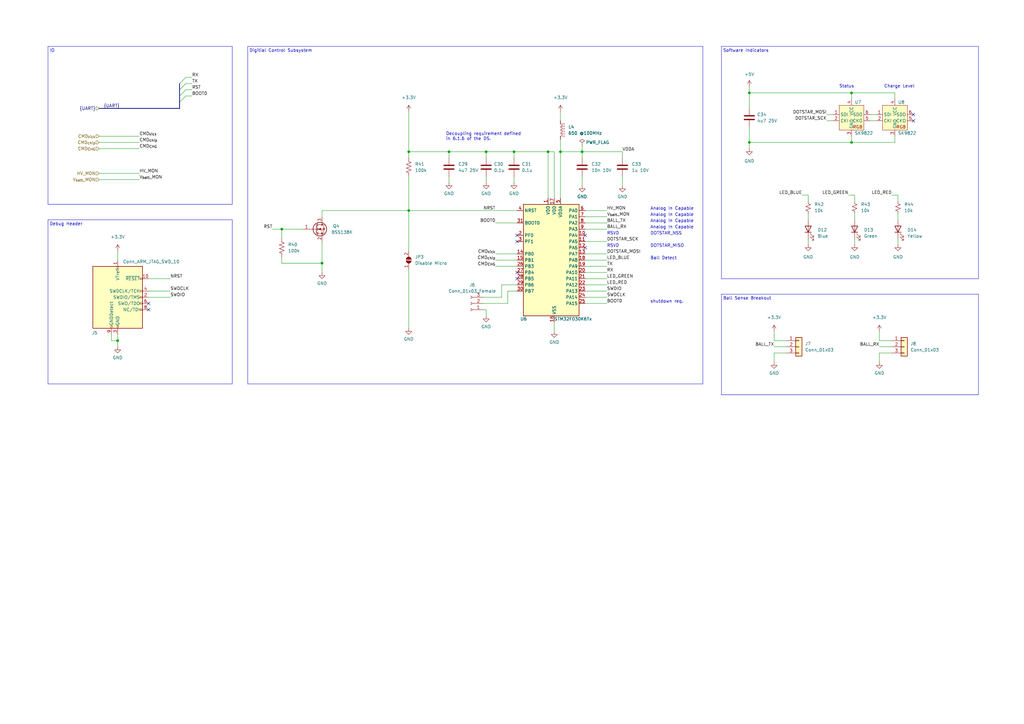
<source format=kicad_sch>
(kicad_sch (version 20230121) (generator eeschema)
  (paper "A3")
  (title_block (title "Kicker Board") (date "2023-02-03") (rev "v1.0.0") (company "A-Team") (comment 1 "Author: W. Stuckey"))
  (lib_symbols
    (symbol "AT-LED:SK9822"
      (property "Reference" "U" (at 1.27 6.35 0))
      (property "Value" "SK9822" (at 5.08 -6.35 0))
      (symbol "SK9822_0_0"
        (text "RGB" (at 2.54 -3.81 0) (effects (font (size 1.27 1.27))))
      )
      (symbol "SK9822_0_1"
        (rectangle (start -5.08 5.08) (end 5.08 -5.08) (stroke (width 0.1524)) (fill (type background)))
      )
      (symbol "SK9822_1_1"
        (pin input line (at -7.62 1.27 0) (length 2.54) (name "SDI") (number "1"))
        (pin input line (at -7.62 -1.27 0) (length 2.54) (name "CKI") (number "2"))
        (pin power_in line (at 0 -7.62 90) (length 2.54) (name "GND") (number "3"))
        (pin power_in line (at 0 7.62 270) (length 2.54) (name "VCC") (number "4"))
        (pin output line (at 7.62 -1.27 180) (length 2.54) (name "CKO") (number "5"))
        (pin output line (at 7.62 1.27 180) (length 2.54) (name "SDO") (number "6"))
      )
    )
    (symbol "Connector:Conn_01x03_Female" (pin_names (offset 1.016) hide)
      (property "Reference" "J" (at 0 5.08 0))
      (property "Value" "Conn_01x03_Female" (at 0 -5.08 0))
      (symbol "Conn_01x03_Female_1_1"
        (arc (start 0 -2.032) (mid -0.5058 -2.54) (end 0 -3.048) (stroke (width 0.1524)))
        (polyline (pts (xy -1.27 -2.54) (xy -0.508 -2.54)) (stroke (width 0.1524)))
        (polyline (pts (xy -1.27 0) (xy -0.508 0)) (stroke (width 0.1524)))
        (polyline (pts (xy -1.27 2.54) (xy -0.508 2.54)) (stroke (width 0.1524)))
        (arc (start 0 0.508) (mid -0.5058 0) (end 0 -0.508) (stroke (width 0.1524)))
        (arc (start 0 3.048) (mid -0.5058 2.54) (end 0 2.032) (stroke (width 0.1524)))
        (pin passive line (at -5.08 2.54 0) (length 3.81) (name "Pin_1") (number "1"))
        (pin passive line (at -5.08 0 0) (length 3.81) (name "Pin_2") (number "2"))
        (pin passive line (at -5.08 -2.54 0) (length 3.81) (name "Pin_3") (number "3"))
      )
    )
    (symbol "Connector:Conn_ARM_JTAG_SWD_10" (pin_names (offset 1.016))
      (property "Reference" "J" (at -2.54 16.51 0))
      (property "Value" "Conn_ARM_JTAG_SWD_10" (at -2.54 13.97 0))
      (symbol "Conn_ARM_JTAG_SWD_10_0_1"
        (rectangle (start -10.16 12.7) (end 10.16 -12.7) (stroke (width 0.254)) (fill (type background)))
        (rectangle (start -2.794 -12.7) (end -2.286 -11.684))
        (rectangle (start -0.254 -12.7) (end 0.254 -11.684))
        (rectangle (start -0.254 12.7) (end 0.254 11.684))
        (rectangle (start 9.144 2.286) (end 10.16 2.794))
        (rectangle (start 10.16 -2.794) (end 9.144 -2.286))
        (rectangle (start 10.16 -0.254) (end 9.144 0.254))
        (rectangle (start 10.16 7.874) (end 9.144 7.366))
      )
      (symbol "Conn_ARM_JTAG_SWD_10_1_1"
        (rectangle (start 9.144 -5.334) (end 10.16 -4.826))
        (pin power_in line (at 0 15.24 270) (length 2.54) (name "VTref") (number "1"))
        (pin open_collector line (at 12.7 7.62 180) (length 2.54) (name "~{RESET}") (number "10"))
        (pin bidirectional line (at 12.7 0 180) (length 2.54) (name "SWDIO/TMS") (number "2"))
        (pin power_in line (at 0 -15.24 90) (length 2.54) (name "GND") (number "3"))
        (pin output line (at 12.7 2.54 180) (length 2.54) (name "SWDCLK/TCK") (number "4"))
        (pin passive line (at 0 -15.24 90) (length 2.54) hide (name "GND") (number "5"))
        (pin input line (at 12.7 -2.54 180) (length 2.54) (name "SWO/TDO") (number "6"))
        (pin no_connect line (at -10.16 0 0) (length 2.54) hide (name "KEY") (number "7"))
        (pin output line (at 12.7 -5.08 180) (length 2.54) (name "NC/TDI") (number "8"))
        (pin passive line (at -2.54 -15.24 90) (length 2.54) (name "GNDDetect") (number "9"))
      )
    )
    (symbol "Connector_Generic:Conn_01x03" (pin_names (offset 1.016) hide)
      (property "Reference" "J" (at 0 5.08 0))
      (property "Value" "Conn_01x03" (at 0 -5.08 0))
      (symbol "Conn_01x03_1_1"
        (rectangle (start -1.27 -2.413) (end 0 -2.667) (stroke (width 0.1524)))
        (rectangle (start -1.27 0.127) (end 0 -0.127) (stroke (width 0.1524)))
        (rectangle (start -1.27 2.667) (end 0 2.413) (stroke (width 0.1524)))
        (rectangle (start -1.27 3.81) (end 1.27 -3.81) (stroke (width 0.254)) (fill (type background)))
        (pin passive line (at -5.08 2.54 0) (length 3.81) (name "Pin_1") (number "1"))
        (pin passive line (at -5.08 0 0) (length 3.81) (name "Pin_2") (number "2"))
        (pin passive line (at -5.08 -2.54 0) (length 3.81) (name "Pin_3") (number "3"))
      )
    )
    (symbol "Device:C" (pin_numbers hide) (pin_names (offset 0.254))
      (property "Reference" "C" (at 0.635 2.54 0))
      (property "Value" "C" (at 0.635 -2.54 0))
      (symbol "C_0_1"
        (polyline (pts (xy -2.032 -0.762) (xy 2.032 -0.762)) (stroke (width 0.508)))
        (polyline (pts (xy -2.032 0.762) (xy 2.032 0.762)) (stroke (width 0.508)))
      )
      (symbol "C_1_1"
        (pin passive line (at 0 3.81 270) (length 2.794) (name "~") (number "1"))
        (pin passive line (at 0 -3.81 90) (length 2.794) (name "~") (number "2"))
      )
    )
    (symbol "Device:LED" (pin_numbers hide) (pin_names (offset 1.016) hide)
      (property "Reference" "D" (at 0 2.54 0))
      (property "Value" "LED" (at 0 -2.54 0))
      (symbol "LED_0_1"
        (polyline (pts (xy -1.27 -1.27) (xy -1.27 1.27)) (stroke (width 0.254)))
        (polyline (pts (xy -1.27 0) (xy 1.27 0)))
        (polyline (pts (xy 1.27 -1.27) (xy 1.27 1.27) (xy -1.27 0) (xy 1.27 -1.27)) (stroke (width 0.254)))
        (polyline (pts (xy -3.048 -0.762) (xy -4.572 -2.286) (xy -3.81 -2.286) (xy -4.572 -2.286) (xy -4.572 -1.524)))
        (polyline (pts (xy -1.778 -0.762) (xy -3.302 -2.286) (xy -2.54 -2.286) (xy -3.302 -2.286) (xy -3.302 -1.524)))
      )
      (symbol "LED_1_1"
        (pin passive line (at -3.81 0 0) (length 2.54) (name "K") (number "1"))
        (pin passive line (at 3.81 0 180) (length 2.54) (name "A") (number "2"))
      )
    )
    (symbol "Device:L_Ferrite" (pin_numbers hide) (pin_names (offset 1.016) hide)
      (property "Reference" "L" (at -1.27 0 90))
      (property "Value" "L_Ferrite" (at 2.794 0 90))
      (symbol "L_Ferrite_0_1"
        (arc (start 0 -2.54) (mid 0.6323 -1.905) (end 0 -1.27))
        (arc (start 0 -1.27) (mid 0.6323 -0.635) (end 0 0))
        (polyline (pts (xy 1.016 -2.794) (xy 1.016 -2.286)))
        (polyline (pts (xy 1.016 -1.778) (xy 1.016 -1.27)))
        (polyline (pts (xy 1.016 -0.762) (xy 1.016 -0.254)))
        (polyline (pts (xy 1.016 0.254) (xy 1.016 0.762)))
        (polyline (pts (xy 1.016 1.27) (xy 1.016 1.778)))
        (polyline (pts (xy 1.016 2.286) (xy 1.016 2.794)))
        (polyline (pts (xy 1.524 -2.286) (xy 1.524 -2.794)))
        (polyline (pts (xy 1.524 -1.27) (xy 1.524 -1.778)))
        (polyline (pts (xy 1.524 -0.254) (xy 1.524 -0.762)))
        (polyline (pts (xy 1.524 0.762) (xy 1.524 0.254)))
        (polyline (pts (xy 1.524 1.778) (xy 1.524 1.27)))
        (polyline (pts (xy 1.524 2.794) (xy 1.524 2.286)))
        (arc (start 0 0) (mid 0.6323 0.635) (end 0 1.27))
        (arc (start 0 1.27) (mid 0.6323 1.905) (end 0 2.54))
      )
      (symbol "L_Ferrite_1_1"
        (pin passive line (at 0 3.81 270) (length 1.27) (name "1") (number "1"))
        (pin passive line (at 0 -3.81 90) (length 1.27) (name "2") (number "2"))
      )
    )
    (symbol "Device:Q_NMOS_GSD" (pin_names (offset 0) hide)
      (property "Reference" "Q" (at 5.08 1.27 0))
      (property "Value" "Q_NMOS_GSD" (at 5.08 -1.27 0))
      (symbol "Q_NMOS_GSD_0_1"
        (polyline (pts (xy 0.254 0) (xy -2.54 0)))
        (polyline (pts (xy 0.254 1.905) (xy 0.254 -1.905)) (stroke (width 0.254)))
        (polyline (pts (xy 0.762 -1.27) (xy 0.762 -2.286)) (stroke (width 0.254)))
        (polyline (pts (xy 0.762 0.508) (xy 0.762 -0.508)) (stroke (width 0.254)))
        (polyline (pts (xy 0.762 2.286) (xy 0.762 1.27)) (stroke (width 0.254)))
        (polyline (pts (xy 2.54 2.54) (xy 2.54 1.778)))
        (polyline (pts (xy 2.54 -2.54) (xy 2.54 0) (xy 0.762 0)))
        (polyline (pts (xy 0.762 -1.778) (xy 3.302 -1.778) (xy 3.302 1.778) (xy 0.762 1.778)))
        (polyline (pts (xy 1.016 0) (xy 2.032 0.381) (xy 2.032 -0.381) (xy 1.016 0)) (fill (type outline)))
        (polyline (pts (xy 2.794 0.508) (xy 2.921 0.381) (xy 3.683 0.381) (xy 3.81 0.254)))
        (polyline (pts (xy 3.302 0.381) (xy 2.921 -0.254) (xy 3.683 -0.254) (xy 3.302 0.381)))
        (circle (center 1.651 0) (radius 2.794) (stroke (width 0.254)))
        (circle (center 2.54 -1.778) (radius 0.254) (fill (type outline)))
        (circle (center 2.54 1.778) (radius 0.254) (fill (type outline)))
      )
      (symbol "Q_NMOS_GSD_1_1"
        (pin input line (at -5.08 0 0) (length 2.54) (name "G") (number "1"))
        (pin passive line (at 2.54 -5.08 90) (length 2.54) (name "S") (number "2"))
        (pin passive line (at 2.54 5.08 270) (length 2.54) (name "D") (number "3"))
      )
    )
    (symbol "Device:R_Small_US" (pin_numbers hide) (pin_names (offset 0.254) hide)
      (property "Reference" "R" (at 0.762 0.508 0))
      (property "Value" "R_Small_US" (at 0.762 -1.016 0))
      (symbol "R_Small_US_1_1"
        (polyline (pts (xy 0 0) (xy 1.016 -0.381) (xy 0 -0.762) (xy -1.016 -1.143) (xy 0 -1.524)))
        (polyline (pts (xy 0 1.524) (xy 1.016 1.143) (xy 0 0.762) (xy -1.016 0.381) (xy 0 0)))
        (pin passive line (at 0 2.54 270) (length 1.016) (name "~") (number "1"))
        (pin passive line (at 0 -2.54 90) (length 1.016) (name "~") (number "2"))
      )
    )
    (symbol "Device:R_US" (pin_numbers hide) (pin_names (offset 0))
      (property "Reference" "R" (at 2.54 0 90))
      (property "Value" "R_US" (at -2.54 0 90))
      (symbol "R_US_0_1"
        (polyline (pts (xy 0 -2.286) (xy 0 -2.54)))
        (polyline (pts (xy 0 2.286) (xy 0 2.54)))
        (polyline (pts (xy 0 -0.762) (xy 1.016 -1.143) (xy 0 -1.524) (xy -1.016 -1.905) (xy 0 -2.286)))
        (polyline (pts (xy 0 0.762) (xy 1.016 0.381) (xy 0 0) (xy -1.016 -0.381) (xy 0 -0.762)))
        (polyline (pts (xy 0 2.286) (xy 1.016 1.905) (xy 0 1.524) (xy -1.016 1.143) (xy 0 0.762)))
      )
      (symbol "R_US_1_1"
        (pin passive line (at 0 3.81 270) (length 1.27) (name "~") (number "1"))
        (pin passive line (at 0 -3.81 90) (length 1.27) (name "~") (number "2"))
      )
    )
    (symbol "Jumper:SolderJumper_2_Open" (pin_names (offset 0) hide)
      (property "Reference" "JP" (at 0 2.032 0))
      (property "Value" "SolderJumper_2_Open" (at 0 -2.54 0))
      (symbol "SolderJumper_2_Open_0_1"
        (arc (start -0.254 1.016) (mid -1.2656 0) (end -0.254 -1.016))
        (arc (start -0.254 1.016) (mid -1.2656 0) (end -0.254 -1.016) (fill (type outline)))
        (polyline (pts (xy -0.254 1.016) (xy -0.254 -1.016)))
        (polyline (pts (xy 0.254 1.016) (xy 0.254 -1.016)))
        (arc (start 0.254 -1.016) (mid 1.2656 0) (end 0.254 1.016))
        (arc (start 0.254 -1.016) (mid 1.2656 0) (end 0.254 1.016) (fill (type outline)))
      )
      (symbol "SolderJumper_2_Open_1_1"
        (pin passive line (at -3.81 0 0) (length 2.54) (name "A") (number "1"))
        (pin passive line (at 3.81 0 180) (length 2.54) (name "B") (number "2"))
      )
    )
    (symbol "MCU_ST_STM32F0:STM32F030K6Tx"
      (property "Reference" "U" (at -10.16 24.13 0))
      (property "Value" "STM32F030K6Tx" (at 7.62 24.13 0))
      (symbol "STM32F030K6Tx_0_1"
        (rectangle (start -10.16 -22.86) (end 12.7 22.86) (stroke (width 0.254)) (fill (type background)))
      )
      (symbol "STM32F030K6Tx_1_1"
        (pin power_in line (at 0 25.4 270) (length 2.54) (name "VDD") (number "1"))
        (pin bidirectional line (at 15.24 10.16 180) (length 2.54) (name "PA4") (number "10"))
        (pin bidirectional line (at 15.24 7.62 180) (length 2.54) (name "PA5") (number "11"))
        (pin bidirectional line (at 15.24 5.08 180) (length 2.54) (name "PA6") (number "12"))
        (pin bidirectional line (at 15.24 2.54 180) (length 2.54) (name "PA7") (number "13"))
        (pin bidirectional line (at -12.7 2.54 0) (length 2.54) (name "PB0") (number "14"))
        (pin bidirectional line (at -12.7 0 0) (length 2.54) (name "PB1") (number "15"))
        (pin power_in line (at 2.54 -25.4 90) (length 2.54) (name "VSS") (number "16"))
        (pin power_in line (at 2.54 25.4 270) (length 2.54) (name "VDD") (number "17"))
        (pin bidirectional line (at 15.24 0 180) (length 2.54) (name "PA8") (number "18"))
        (pin bidirectional line (at 15.24 -2.54 180) (length 2.54) (name "PA9") (number "19"))
        (pin bidirectional line (at -12.7 10.16 0) (length 2.54) (name "PF0") (number "2"))
        (pin bidirectional line (at 15.24 -5.08 180) (length 2.54) (name "PA10") (number "20"))
        (pin bidirectional line (at 15.24 -7.62 180) (length 2.54) (name "PA11") (number "21"))
        (pin bidirectional line (at 15.24 -10.16 180) (length 2.54) (name "PA12") (number "22"))
        (pin bidirectional line (at 15.24 -12.7 180) (length 2.54) (name "PA13") (number "23"))
        (pin bidirectional line (at 15.24 -15.24 180) (length 2.54) (name "PA14") (number "24"))
        (pin bidirectional line (at 15.24 -17.78 180) (length 2.54) (name "PA15") (number "25"))
        (pin bidirectional line (at -12.7 -2.54 0) (length 2.54) (name "PB3") (number "26"))
        (pin bidirectional line (at -12.7 -5.08 0) (length 2.54) (name "PB4") (number "27"))
        (pin bidirectional line (at -12.7 -7.62 0) (length 2.54) (name "PB5") (number "28"))
        (pin bidirectional line (at -12.7 -10.16 0) (length 2.54) (name "PB6") (number "29"))
        (pin bidirectional line (at -12.7 7.62 0) (length 2.54) (name "PF1") (number "3"))
        (pin bidirectional line (at -12.7 -12.7 0) (length 2.54) (name "PB7") (number "30"))
        (pin input line (at -12.7 15.24 0) (length 2.54) (name "BOOT0") (number "31"))
        (pin passive line (at 2.54 -25.4 90) (length 2.54) hide (name "VSS") (number "32"))
        (pin input line (at -12.7 20.32 0) (length 2.54) (name "NRST") (number "4"))
        (pin power_in line (at 5.08 25.4 270) (length 2.54) (name "VDDA") (number "5"))
        (pin bidirectional line (at 15.24 20.32 180) (length 2.54) (name "PA0") (number "6"))
        (pin bidirectional line (at 15.24 17.78 180) (length 2.54) (name "PA1") (number "7"))
        (pin bidirectional line (at 15.24 15.24 180) (length 2.54) (name "PA2") (number "8"))
        (pin bidirectional line (at 15.24 12.7 180) (length 2.54) (name "PA3") (number "9"))
      )
    )
    (symbol "power:+3.3V" (power) (pin_names (offset 0))
      (property "Value" "+3.3V" (at 0 3.556 0))
      (symbol "+3.3V_0_1"
        (polyline (pts (xy -0.762 1.27) (xy 0 2.54)))
        (polyline (pts (xy 0 0) (xy 0 2.54)))
        (polyline (pts (xy 0 2.54) (xy 0.762 1.27)))
      )
      (symbol "+3.3V_1_1"
        (pin power_in line (at 0 0 90) (length 0) hide (name "+3.3V") (number "1"))
      )
    )
    (symbol "power:+5V" (power) (pin_names (offset 0))
      (property "Value" "+5V" (at 0 3.556 0))
      (symbol "+5V_0_1"
        (polyline (pts (xy -0.762 1.27) (xy 0 2.54)))
        (polyline (pts (xy 0 0) (xy 0 2.54)))
        (polyline (pts (xy 0 2.54) (xy 0.762 1.27)))
      )
      (symbol "+5V_1_1"
        (pin power_in line (at 0 0 90) (length 0) hide (name "+5V") (number "1"))
      )
    )
    (symbol "power:GND" (power) (pin_names (offset 0))
      (property "Value" "GND" (at 0 -3.81 0))
      (symbol "GND_0_1"
        (polyline (pts (xy 0 0) (xy 0 -1.27) (xy 1.27 -1.27) (xy 0 -2.54) (xy -1.27 -1.27) (xy 0 -1.27)))
      )
      (symbol "GND_1_1"
        (pin power_in line (at 0 0 270) (length 0) hide (name "GND") (number "1"))
      )
    )
    (symbol "power:PWR_FLAG" (power) (pin_numbers hide) (pin_names (offset 0) hide)
      (property "Value" "PWR_FLAG" (at 0 3.81 0))
      (symbol "PWR_FLAG_0_0"
        (pin power_out line (at 0 0 90) (length 0) (name "pwr") (number "1"))
      )
      (symbol "PWR_FLAG_0_1"
        (polyline (pts (xy 0 0) (xy 0 1.27) (xy -1.016 1.905) (xy 0 2.54) (xy 1.016 1.905) (xy 0 1.27)))
      )
    )
  )
  (junction (at 349.25 38.1))
  (junction (at 48.26 139.7))
  (junction (at 184.15 62.23))
  (junction (at 238.76 62.23))
  (junction (at 349.25 58.42))
  (junction (at 210.82 62.23))
  (junction (at 167.64 62.23))
  (junction (at 167.64 86.36))
  (junction (at 307.34 38.1))
  (junction (at 132.08 107.95))
  (junction (at 115.57 93.98))
  (junction (at 199.39 62.23))
  (junction (at 307.34 58.42))
  (junction (at 224.79 62.23))
  (junction (at 229.87 62.23))
  (no_connect (at 60.96 127))
  (no_connect (at 60.96 124.46))
  (no_connect (at 212.09 111.76))
  (no_connect (at 374.65 46.99))
  (no_connect (at 374.65 49.53))
  (no_connect (at 212.09 114.3))
  (no_connect (at 212.09 96.52))
  (no_connect (at 212.09 99.06))
  (no_connect (at 240.03 101.6))
  (no_connect (at 240.03 96.52))
  (bus_entry (at 73.66 39.37) (size 2.54 -2.54))
  (bus_entry (at 73.66 41.91) (size 2.54 -2.54))
  (bus_entry (at 73.66 34.29) (size 2.54 -2.54))
  (bus_entry (at 73.66 36.83) (size 2.54 -2.54))
  (wire (pts (xy 132.08 86.36) (xy 132.08 88.9)))
  (wire (pts (xy 240.03 114.3) (xy 248.92 114.3)))
  (wire (pts (xy 167.64 72.39) (xy 167.64 86.36)))
  (wire (pts (xy 60.96 119.38) (xy 69.85 119.38)))
  (wire (pts (xy 350.52 97.79) (xy 350.52 100.33)))
  (wire (pts (xy 76.2 39.37) (xy 78.74 39.37)))
  (wire (pts (xy 307.34 58.42) (xy 307.34 60.96)))
  (bus (pts (xy 73.66 39.37) (xy 73.66 41.91)))
  (wire (pts (xy 350.52 80.01) (xy 350.52 82.55)))
  (wire (pts (xy 210.82 72.39) (xy 210.82 74.93)))
  (wire (pts (xy 115.57 107.95) (xy 132.08 107.95)))
  (wire (pts (xy 199.39 72.39) (xy 199.39 74.93)))
  (wire (pts (xy 307.34 38.1) (xy 307.34 44.45)))
  (wire (pts (xy 240.03 93.98) (xy 248.92 93.98)))
  (wire (pts (xy 229.87 45.72) (xy 229.87 49.53)))
  (wire (pts (xy 167.64 110.49) (xy 167.64 134.62)))
  (wire (pts (xy 368.3 80.01) (xy 368.3 82.55)))
  (wire (pts (xy 40.64 73.66) (xy 57.15 73.66)))
  (bus (pts (xy 40.64 44.45) (xy 73.66 44.45)))
  (wire (pts (xy 367.03 55.88) (xy 367.03 58.42)))
  (wire (pts (xy 76.2 31.75) (xy 78.74 31.75)))
  (wire (pts (xy 199.39 127) (xy 198.12 127)))
  (wire (pts (xy 350.52 87.63) (xy 350.52 90.17)))
  (wire (pts (xy 331.47 97.79) (xy 331.47 100.33)))
  (polyline (pts (xy 295.91 120.65) (xy 401.32 120.65)))
  (wire (pts (xy 360.68 139.7) (xy 365.76 139.7)))
  (polyline (pts (xy 95.25 19.05) (xy 19.685 19.05)))
  (wire (pts (xy 240.03 121.92) (xy 248.92 121.92)))
  (bus (pts (xy 73.66 36.83) (xy 73.66 39.37)))
  (wire (pts (xy 317.5 144.78) (xy 322.58 144.78)))
  (wire (pts (xy 347.98 80.01) (xy 350.52 80.01)))
  (wire (pts (xy 60.96 114.3) (xy 69.85 114.3)))
  (wire (pts (xy 208.28 119.38) (xy 208.28 124.46)))
  (wire (pts (xy 307.34 52.07) (xy 307.34 58.42)))
  (polyline (pts (xy 401.32 19.05) (xy 401.32 114.3)))
  (wire (pts (xy 167.64 86.36) (xy 212.09 86.36)))
  (wire (pts (xy 40.64 55.88) (xy 57.15 55.88)))
  (wire (pts (xy 240.03 99.06) (xy 248.92 99.06)))
  (polyline (pts (xy 295.91 114.3) (xy 401.32 114.3)))
  (wire (pts (xy 184.15 72.39) (xy 184.15 74.93)))
  (wire (pts (xy 203.2 104.14) (xy 212.09 104.14)))
  (wire (pts (xy 359.41 46.99) (xy 356.87 46.99)))
  (wire (pts (xy 307.34 58.42) (xy 349.25 58.42)))
  (wire (pts (xy 132.08 86.36) (xy 167.64 86.36)))
  (polyline (pts (xy 288.29 19.05) (xy 288.29 157.48)))
  (wire (pts (xy 40.64 60.96) (xy 57.15 60.96)))
  (wire (pts (xy 224.79 81.28) (xy 224.79 62.23)))
  (polyline (pts (xy 95.25 19.05) (xy 95.25 83.82)))
  (wire (pts (xy 212.09 119.38) (xy 208.28 119.38)))
  (wire (pts (xy 317.5 135.89) (xy 317.5 139.7)))
  (polyline (pts (xy 101.6 19.05) (xy 101.6 157.48)))
  (wire (pts (xy 227.33 62.23) (xy 224.79 62.23)))
  (wire (pts (xy 60.96 121.92) (xy 69.85 121.92)))
  (wire (pts (xy 240.03 106.68) (xy 248.92 106.68)))
  (polyline (pts (xy 401.32 19.05) (xy 295.91 19.05)))
  (wire (pts (xy 360.68 148.59) (xy 360.68 144.78)))
  (wire (pts (xy 210.82 62.23) (xy 210.82 64.77)))
  (wire (pts (xy 248.92 124.46) (xy 240.03 124.46)))
  (wire (pts (xy 45.72 137.16) (xy 45.72 139.7)))
  (wire (pts (xy 238.76 72.39) (xy 238.76 76.2)))
  (wire (pts (xy 115.57 93.98) (xy 124.46 93.98)))
  (wire (pts (xy 360.68 142.24) (xy 365.76 142.24)))
  (polyline (pts (xy 19.685 83.82) (xy 95.25 83.82)))
  (wire (pts (xy 167.64 62.23) (xy 184.15 62.23)))
  (wire (pts (xy 240.03 86.36) (xy 248.92 86.36)))
  (wire (pts (xy 331.47 80.01) (xy 331.47 82.55)))
  (wire (pts (xy 240.03 111.76) (xy 248.92 111.76)))
  (wire (pts (xy 360.68 135.89) (xy 360.68 139.7)))
  (wire (pts (xy 167.64 86.36) (xy 167.64 102.87)))
  (wire (pts (xy 115.57 93.98) (xy 115.57 97.79)))
  (wire (pts (xy 255.27 62.23) (xy 255.27 64.77)))
  (polyline (pts (xy 19.685 90.17) (xy 95.25 90.17)))
  (wire (pts (xy 339.09 46.99) (xy 341.63 46.99)))
  (wire (pts (xy 317.5 148.59) (xy 317.5 144.78)))
  (wire (pts (xy 360.68 144.78) (xy 365.76 144.78)))
  (wire (pts (xy 349.25 38.1) (xy 367.03 38.1)))
  (wire (pts (xy 339.09 49.53) (xy 341.63 49.53)))
  (wire (pts (xy 132.08 107.95) (xy 132.08 111.76)))
  (wire (pts (xy 328.93 80.01) (xy 331.47 80.01)))
  (wire (pts (xy 210.82 62.23) (xy 199.39 62.23)))
  (wire (pts (xy 212.09 116.84) (xy 205.74 116.84)))
  (wire (pts (xy 76.2 34.29) (xy 78.74 34.29)))
  (wire (pts (xy 167.64 45.72) (xy 167.64 62.23)))
  (wire (pts (xy 229.87 62.23) (xy 238.76 62.23)))
  (wire (pts (xy 240.03 119.38) (xy 248.92 119.38)))
  (wire (pts (xy 368.3 97.79) (xy 368.3 100.33)))
  (wire (pts (xy 205.74 121.92) (xy 198.12 121.92)))
  (wire (pts (xy 349.25 55.88) (xy 349.25 58.42)))
  (wire (pts (xy 203.2 109.22) (xy 212.09 109.22)))
  (polyline (pts (xy 401.32 120.65) (xy 401.32 161.925)))
  (wire (pts (xy 240.03 109.22) (xy 248.92 109.22)))
  (wire (pts (xy 76.2 36.83) (xy 78.74 36.83)))
  (wire (pts (xy 229.87 81.28) (xy 229.87 62.23)))
  (wire (pts (xy 184.15 62.23) (xy 184.15 64.77)))
  (polyline (pts (xy 295.91 19.05) (xy 295.91 114.3)))
  (wire (pts (xy 349.25 38.1) (xy 349.25 40.64)))
  (wire (pts (xy 115.57 105.41) (xy 115.57 107.95)))
  (polyline (pts (xy 19.685 19.05) (xy 19.685 83.82)))
  (wire (pts (xy 203.2 106.68) (xy 212.09 106.68)))
  (polyline (pts (xy 295.91 120.65) (xy 295.91 161.925)))
  (wire (pts (xy 317.5 142.24) (xy 322.58 142.24)))
  (bus (pts (xy 73.66 34.29) (xy 73.66 36.83)))
  (wire (pts (xy 48.26 139.7) (xy 48.26 142.24)))
  (wire (pts (xy 205.74 116.84) (xy 205.74 121.92)))
  (wire (pts (xy 167.64 62.23) (xy 167.64 64.77)))
  (wire (pts (xy 40.64 71.12) (xy 57.15 71.12)))
  (wire (pts (xy 203.2 91.44) (xy 212.09 91.44)))
  (wire (pts (xy 48.26 137.16) (xy 48.26 139.7)))
  (polyline (pts (xy 288.29 157.48) (xy 101.6 157.48)))
  (wire (pts (xy 317.5 139.7) (xy 322.58 139.7)))
  (wire (pts (xy 240.03 91.44) (xy 248.92 91.44)))
  (wire (pts (xy 240.03 104.14) (xy 248.92 104.14)))
  (wire (pts (xy 365.76 80.01) (xy 368.3 80.01)))
  (wire (pts (xy 229.87 57.15) (xy 229.87 62.23)))
  (bus (pts (xy 73.66 41.91) (xy 73.66 44.45)))
  (wire (pts (xy 240.03 116.84) (xy 248.92 116.84)))
  (polyline (pts (xy 95.25 90.17) (xy 95.25 157.48)))
  (wire (pts (xy 359.41 49.53) (xy 356.87 49.53)))
  (polyline (pts (xy 95.25 157.48) (xy 19.685 157.48)))
  (wire (pts (xy 349.25 58.42) (xy 367.03 58.42)))
  (wire (pts (xy 199.39 129.54) (xy 199.39 127)))
  (polyline (pts (xy 401.32 161.925) (xy 295.91 161.925)))
  (wire (pts (xy 255.27 72.39) (xy 255.27 76.2)))
  (wire (pts (xy 208.28 124.46) (xy 198.12 124.46)))
  (wire (pts (xy 227.33 132.08) (xy 227.33 135.89)))
  (wire (pts (xy 240.03 88.9) (xy 248.92 88.9)))
  (wire (pts (xy 224.79 62.23) (xy 210.82 62.23)))
  (wire (pts (xy 40.64 58.42) (xy 57.15 58.42)))
  (wire (pts (xy 199.39 62.23) (xy 199.39 64.77)))
  (wire (pts (xy 307.34 38.1) (xy 349.25 38.1)))
  (wire (pts (xy 238.76 59.69) (xy 238.76 62.23)))
  (wire (pts (xy 238.76 62.23) (xy 238.76 64.77)))
  (polyline (pts (xy 101.6 19.05) (xy 288.29 19.05)))
  (wire (pts (xy 368.3 87.63) (xy 368.3 90.17)))
  (wire (pts (xy 111.76 93.98) (xy 115.57 93.98)))
  (wire (pts (xy 132.08 99.06) (xy 132.08 107.95)))
  (wire (pts (xy 184.15 62.23) (xy 199.39 62.23)))
  (wire (pts (xy 238.76 62.23) (xy 255.27 62.23)))
  (wire (pts (xy 307.34 35.56) (xy 307.34 38.1)))
  (wire (pts (xy 45.72 139.7) (xy 48.26 139.7)))
  (wire (pts (xy 48.26 102.87) (xy 48.26 106.68)))
  (wire (pts (xy 227.33 81.28) (xy 227.33 62.23)))
  (wire (pts (xy 367.03 38.1) (xy 367.03 40.64)))
  (polyline (pts (xy 19.685 90.17) (xy 19.685 157.48)))
  (wire (pts (xy 331.47 87.63) (xy 331.47 90.17)))
  (text "shutdown req." (at 266.7 124.46 0) (effects (font (size 1.27 1.27)) (justify left bottom)))
  (text "Analog In Capable" (at 266.7 88.9 0) (effects (font (size 1.27 1.27)) (justify left bottom)))
  (text "Analog In Capable" (at 266.7 86.36 0) (effects (font (size 1.27 1.27)) (justify left bottom)))
  (text "Ball Sense Breakout" (at 296.545 123.19 0) (effects (font (size 1.27 1.27)) (justify left bottom)))
  (text "Debug Header" (at 20.32 92.71 0) (effects (font (size 1.27 1.27)) (justify left bottom)))
  (text "DOTSTAR_NSS" (at 266.7 96.52 0) (effects (font (size 1.27 1.27)) (justify left bottom)))
  (text "Analog In Capable" (at 266.7 91.44 0) (effects (font (size 1.27 1.27)) (justify left bottom)))
  (text "Charge Level" (at 362.585 36.195 0) (effects (font (size 1.27 1.27)) (justify left bottom)))
  (text "IO" (at 20.32 21.59 0) (effects (font (size 1.27 1.27)) (justify left bottom)))
  (text "Decoupling requirement defined \nin 6.1.6 of the DS.\n" (at 182.88 57.785 0) (effects (font (size 1.27 1.27)) (justify left bottom)))
  (text "RSVD" (at 248.92 101.6 0) (effects (font (size 1.27 1.27)) (justify left bottom)))
  (text "Status" (at 344.17 36.195 0) (effects (font (size 1.27 1.27)) (justify left bottom)))
  (text "Analog In Capable" (at 266.7 93.98 0) (effects (font (size 1.27 1.27)) (justify left bottom)))
  (text "Digitial Control Subsystem" (at 102.235 21.59 0) (effects (font (size 1.27 1.27)) (justify left bottom)))
  (text "Ball Detect" (at 266.7 106.68 0) (effects (font (size 1.27 1.27)) (justify left bottom)))
  (text "DOTSTAR_MISO" (at 266.7 101.6 0) (effects (font (size 1.27 1.27)) (justify left bottom)))
  (text "Software Indicators" (at 296.545 21.59 0) (effects (font (size 1.27 1.27)) (justify left bottom)))
  (text "RSVD" (at 248.92 96.52 0) (effects (font (size 1.27 1.27)) (justify left bottom)))
  (label "CMD_{chip}" (at 57.15 58.42 0))
  (label "BOOT0" (at 203.2 91.44 180))
  (label "CMD_{CHG}" (at 57.15 60.96 0))
  (label "BALL_TX" (at 317.5 142.24 180))
  (label "DOTSTAR_MOSI" (at 339.09 46.99 180))
  (label "BOOT0" (at 78.74 39.37 0))
  (label "NRST" (at 69.85 114.3 0))
  (label "CMD_{chip}" (at 203.2 106.68 180))
  (label "LED_RED" (at 365.76 80.01 180))
  (label "LED_BLUE" (at 328.93 80.01 180))
  (label "{UART}" (at 42.545 44.45 0))
  (label "SWDIO" (at 248.92 119.38 0))
  (label "BALL_RX" (at 248.92 93.98 0))
  (label "DOTSTAR_SCK" (at 248.92 99.06 0))
  (label "RST" (at 111.76 93.98 180))
  (label "HV_MON" (at 248.92 86.36 0))
  (label "CMD_{CHG}" (at 203.2 109.22 180))
  (label "LED_GREEN" (at 248.92 114.3 0))
  (label "V_{batt}_MON" (at 248.92 88.9 0))
  (label "LED_GREEN" (at 347.98 80.01 180))
  (label "NRST" (at 203.2 86.36 180))
  (label "DOTSTAR_SCK" (at 339.09 49.53 180))
  (label "LED_RED" (at 248.92 116.84 0))
  (label "CMD_{kick}" (at 203.2 104.14 180))
  (label "BOOT0" (at 248.92 124.46 0))
  (label "RX" (at 78.74 31.75 0))
  (label "BALL_TX" (at 248.92 91.44 0))
  (label "SWDCLK" (at 69.85 119.38 0))
  (label "LED_BLUE" (at 248.92 106.68 0))
  (label "SWDIO" (at 69.85 121.92 0))
  (label "VDDA" (at 255.27 62.23 0))
  (label "SWDCLK" (at 248.92 121.92 0))
  (label "RST" (at 78.74 36.83 0))
  (label "DOTSTAR_MOSI" (at 248.92 104.14 0))
  (label "V_{batt}_MON" (at 57.15 73.66 0))
  (label "TX" (at 248.92 109.22 0))
  (label "RX" (at 248.92 111.76 0))
  (label "HV_MON" (at 57.15 71.12 0))
  (label "BALL_RX" (at 360.68 142.24 180))
  (label "CMD_{kick}" (at 57.15 55.88 0))
  (label "TX" (at 78.74 34.29 0))
  (hierarchical_label "CMD_{CHG}" (shape input) (at 40.64 60.96 180))
  (hierarchical_label "CMD_{chip}" (shape input) (at 40.64 58.42 180))
  (hierarchical_label "V_{batt}_MON" (shape input) (at 40.64 73.66 180))
  (hierarchical_label "{UART}" (shape input) (at 40.64 44.45 180))
  (hierarchical_label "HV_MON" (shape input) (at 40.64 71.12 180))
  (hierarchical_label "CMD_{kick}" (shape input) (at 40.64 55.88 180))
  (symbol (lib_id "Jumper:SolderJumper_2_Open") (at 167.64 106.68 90) (unit 1)
    (property "Reference" "JP3" (at 170.18 105.4099 90) (effects (justify right)))
    (property "Value" "Disable Micro" (at 170.18 107.9499 90) (effects (justify right)))
    (property "Footprint" "AT-BoardFeatures:SolderJumper-2_2.0x1.2mm_Open" (effects hide))
  )
  (symbol (lib_id "power:+3.3V") (at 48.26 102.87 0) (unit 1)
    (property "Reference" "#PWR069" (effects hide))
    (property "Value" "+3.3V" (at 48.26 97.155 0))
  )
  (symbol (lib_id "Device:R_US") (at 167.64 68.58 0) (unit 1)
    (property "Reference" "R41" (at 170.18 67.3099 0) (effects (justify left)))
    (property "Value" "100k" (at 170.18 69.8499 0) (effects (justify left)))
    (property "Footprint" "Resistor_SMD:R_0603_1608Metric" (effects hide))
    (property "LCSC" "C25803" (effects hide))
  )
  (symbol (lib_id "Device:C") (at 210.82 68.58 0) (unit 1)
    (property "Reference" "C31" (at 213.995 67.3099 0) (effects (justify left)))
    (property "Value" "0.1u" (at 213.995 69.8499 0) (effects (justify left)))
    (property "Footprint" "Capacitor_SMD:C_0603_1608Metric" (effects hide))
    (property "LCSC" "C14663" (effects hide))
  )
  (symbol (lib_id "power:+3.3V") (at 229.87 45.72 0) (unit 1)
    (property "Reference" "#PWR079" (effects hide))
    (property "Value" "+3.3V" (at 229.87 40.005 0))
  )
  (symbol (lib_id "power:GND") (at 199.39 129.54 0) (unit 1)
    (property "Reference" "#PWR076" (effects hide))
    (property "Value" "GND" (at 199.39 133.985 0))
  )
  (symbol (lib_id "power:GND") (at 360.68 148.59 0) (unit 1)
    (property "Reference" "#PWR089" (effects hide))
    (property "Value" "GND" (at 360.68 153.035 0))
  )
  (symbol (lib_id "power:GND") (at 48.26 142.24 0) (unit 1)
    (property "Reference" "#PWR070" (effects hide))
    (property "Value" "GND" (at 48.26 146.685 0))
  )
  (symbol (lib_id "Device:C") (at 184.15 68.58 0) (unit 1)
    (property "Reference" "C29" (at 187.96 67.3099 0) (effects (justify left)))
    (property "Value" "4u7 25V" (at 187.96 69.8499 0) (effects (justify left)))
    (property "Footprint" "Capacitor_SMD:C_0805_2012Metric" (effects hide))
    (property "LCSC" "C69335" (effects hide))
  )
  (symbol (lib_id "power:+5V") (at 307.34 35.56 0) (unit 1)
    (property "Reference" "#PWR082" (effects hide))
    (property "Value" "+5V" (at 307.34 30.48 0))
  )
  (symbol (lib_id "Device:R_Small_US") (at 350.52 85.09 0) (unit 1)
    (property "Reference" "R43" (at 353.06 83.8199 0) (effects (justify left)))
    (property "Value" "10k" (at 353.06 86.3599 0) (effects (justify left)))
    (property "Footprint" "Resistor_SMD:R_0603_1608Metric" (effects hide))
    (property "LCSC" "C25804" (effects hide))
  )
  (symbol (lib_id "power:+3.3V") (at 360.68 135.89 0) (unit 1)
    (property "Reference" "#PWR088" (effects hide))
    (property "Value" "+3.3V" (at 360.68 130.175 0))
  )
  (symbol (lib_id "Connector:Conn_ARM_JTAG_SWD_10") (at 48.26 121.92 0) (unit 1)
    (property "Reference" "J5" (at 40.005 136.525 0) (effects (justify right)))
    (property "Value" "Conn_ARM_JTAG_SWD_10" (at 73.66 107.315 0) (effects (justify right)))
    (property "Footprint" "AT-Connectors:Samtec-2x5pin-0.5mm" (effects hide))
    (property "Datasheet" "http://infocenter.arm.com/help/topic/com.arm.doc.ddi0314h/DDI0314H_coresight_components_trm.pdf" (effects hide))
  )
  (symbol (lib_id "power:GND") (at 238.76 76.2 0) (mirror y) (unit 1)
    (property "Reference" "#PWR080" (effects hide))
    (property "Value" "GND" (at 238.76 80.645 0))
  )
  (symbol (lib_id "Device:C") (at 307.34 48.26 180) (unit 1)
    (property "Reference" "C34" (at 310.515 46.9899 0) (effects (justify right)))
    (property "Value" "4u7 25V" (at 310.515 49.5299 0) (effects (justify right)))
    (property "Footprint" "Capacitor_SMD:C_0805_2012Metric" (effects hide))
    (property "LCSC" "C69335" (effects hide))
  )
  (symbol (lib_id "Device:R_Small_US") (at 331.47 85.09 0) (unit 1)
    (property "Reference" "R42" (at 334.01 83.8199 0) (effects (justify left)))
    (property "Value" "10k" (at 334.01 86.3599 0) (effects (justify left)))
    (property "Footprint" "Resistor_SMD:R_0603_1608Metric" (effects hide))
    (property "LCSC" "C25804" (effects hide))
  )
  (symbol (lib_id "Device:R_US") (at 115.57 101.6 0) (unit 1)
    (property "Reference" "R40" (at 118.11 100.3299 0) (effects (justify left)))
    (property "Value" "100k" (at 118.11 102.8699 0) (effects (justify left)))
    (property "Footprint" "Resistor_SMD:R_0603_1608Metric" (effects hide))
    (property "LCSC" "C25803" (effects hide))
  )
  (symbol (lib_id "Device:R_Small_US") (at 368.3 85.09 0) (unit 1)
    (property "Reference" "R44" (at 370.84 83.8199 0) (effects (justify left)))
    (property "Value" "10k" (at 370.84 86.3599 0) (effects (justify left)))
    (property "Footprint" "Resistor_SMD:R_0603_1608Metric" (effects hide))
    (property "LCSC" "C25804" (effects hide))
  )
  (symbol (lib_id "power:+3.3V") (at 167.64 45.72 0) (unit 1)
    (property "Reference" "#PWR072" (effects hide))
    (property "Value" "+3.3V" (at 167.64 40.005 0))
  )
  (symbol (lib_id "Device:LED") (at 350.52 93.98 90) (unit 1)
    (property "Reference" "D13" (at 354.33 94.2974 90) (effects (justify right)))
    (property "Value" "Green" (at 354.33 96.8374 90) (effects (justify right)))
    (property "Footprint" "AT-LED:LED0603" (effects hide))
    (property "LCSC" "C72043" (effects hide))
  )
  (symbol (lib_id "power:GND") (at 317.5 148.59 0) (unit 1)
    (property "Reference" "#PWR085" (effects hide))
    (property "Value" "GND" (at 317.5 153.035 0))
  )
  (symbol (lib_id "power:GND") (at 255.27 76.2 0) (mirror y) (unit 1)
    (property "Reference" "#PWR081" (effects hide))
    (property "Value" "GND" (at 255.27 80.645 0))
  )
  (symbol (lib_id "Device:C") (at 199.39 68.58 0) (unit 1)
    (property "Reference" "C30" (at 202.565 67.3099 0) (effects (justify left)))
    (property "Value" "0.1u" (at 202.565 69.8499 0) (effects (justify left)))
    (property "Footprint" "Capacitor_SMD:C_0603_1608Metric" (effects hide))
    (property "LCSC" "C14663" (effects hide))
  )
  (symbol (lib_id "power:GND") (at 184.15 74.93 0) (unit 1)
    (property "Reference" "#PWR074" (effects hide))
    (property "Value" "GND" (at 184.15 79.375 0))
  )
  (symbol (lib_id "power:GND") (at 307.34 60.96 0) (unit 1)
    (property "Reference" "#PWR083" (effects hide))
    (property "Value" "GND" (at 307.34 66.04 0))
  )
  (symbol (lib_id "Device:L_Ferrite") (at 229.87 53.34 0) (unit 1)
    (property "Reference" "L4" (at 233.045 52.0699 0) (effects (justify left)))
    (property "Value" "650 @100MHz" (at 233.045 54.6099 0) (effects (justify left)))
    (property "Footprint" "Resistor_SMD:R_0603_1608Metric" (effects hide))
    (property "LCSC" "C88976" (effects hide))
  )
  (symbol (lib_id "power:GND") (at 167.64 134.62 0) (unit 1)
    (property "Reference" "#PWR073" (effects hide))
    (property "Value" "GND" (at 167.64 139.065 0))
  )
  (symbol (lib_id "power:PWR_FLAG") (at 238.76 59.69 0) (unit 1)
    (property "Reference" "#FLG08" (effects hide))
    (property "Value" "PWR_FLAG" (at 245.11 58.42 0))
  )
  (symbol (lib_id "power:GND") (at 199.39 74.93 0) (unit 1)
    (property "Reference" "#PWR075" (effects hide))
    (property "Value" "GND" (at 199.39 79.375 0))
  )
  (symbol (lib_id "Device:C") (at 255.27 68.58 0) (mirror y) (unit 1)
    (property "Reference" "C33" (at 259.08 67.3099 0) (effects (justify right)))
    (property "Value" "1u 10V" (at 259.08 69.8499 0) (effects (justify right)))
    (property "Footprint" "Capacitor_SMD:C_0603_1608Metric" (effects hide))
    (property "LCSC" "C26413" (effects hide))
  )
  (symbol (lib_id "Device:C") (at 238.76 68.58 0) (mirror y) (unit 1)
    (property "Reference" "C32" (at 242.57 67.3099 0) (effects (justify right)))
    (property "Value" "10n 10V" (at 242.57 69.8499 0) (effects (justify right)))
    (property "Footprint" "Capacitor_SMD:C_0603_1608Metric" (effects hide))
    (property "LCSC" "C100042" (effects hide))
  )
  (symbol (lib_id "Connector:Conn_01x03_Female") (at 193.04 124.46 180) (unit 1)
    (property "Reference" "J6" (at 193.675 116.84 0))
    (property "Value" "Conn_01x03_Female" (at 193.675 119.38 0))
    (property "Footprint" "Connector_PinHeader_1.27mm:PinHeader_1x03_P1.27mm_Vertical" (effects hide))
  )
  (symbol (lib_id "power:GND") (at 227.33 135.89 0) (unit 1)
    (property "Reference" "#PWR078" (effects hide))
    (property "Value" "GND" (at 227.33 140.335 0))
  )
  (symbol (lib_id "AT-LED:SK9822") (at 367.03 48.26 0) (unit 1)
    (property "Reference" "U8" (at 368.3 41.91 0) (effects (justify left)))
    (property "Value" "SK9822" (at 368.3 54.61 0) (effects (justify left)))
    (property "Footprint" "AT-LED:SK9822" (effects hide))
    (property "Datasheet" "https://cdn-shop.adafruit.com/product-files/2343/SK9822_SHIJI.pdf" (effects hide))
    (property "LCSC" "C2829089" (effects hide))
  )
  (symbol (lib_id "Device:LED") (at 368.3 93.98 90) (unit 1)
    (property "Reference" "D14" (at 372.11 94.2974 90) (effects (justify right)))
    (property "Value" "Yellow" (at 372.11 96.8374 90) (effects (justify right)))
    (property "Footprint" "AT-LED:LED0603" (effects hide))
    (property "LCSC" "C72038" (effects hide))
  )
  (symbol (lib_id "AT-LED:SK9822") (at 349.25 48.26 0) (unit 1)
    (property "Reference" "U7" (at 350.52 41.91 0) (effects (justify left)))
    (property "Value" "SK9822" (at 350.52 54.61 0) (effects (justify left)))
    (property "Footprint" "AT-LED:SK9822" (effects hide))
    (property "Datasheet" "https://cdn-shop.adafruit.com/product-files/2343/SK9822_SHIJI.pdf" (effects hide))
    (property "LCSC" "C2829089" (effects hide))
  )
  (symbol (lib_id "power:GND") (at 331.47 100.33 0) (unit 1)
    (property "Reference" "#PWR086" (effects hide))
    (property "Value" "GND" (at 331.47 105.41 0))
  )
  (symbol (lib_id "Device:LED") (at 331.47 93.98 90) (unit 1)
    (property "Reference" "D12" (at 335.28 94.2974 90) (effects (justify right)))
    (property "Value" "Blue" (at 335.28 96.8374 90) (effects (justify right)))
    (property "Footprint" "AT-LED:LED0603" (effects hide))
    (property "LCSC" "C72041" (effects hide))
  )
  (symbol (lib_id "MCU_ST_STM32F0:STM32F030K6Tx") (at 224.79 106.68 0) (unit 1)
    (property "Reference" "U6" (at 213.36 130.81 0) (effects (justify left)))
    (property "Value" "STM32F030K6Tx" (at 227.33 130.81 0) (effects (justify left)))
    (property "Footprint" "Package_QFP:LQFP-32_7x7mm_P0.8mm" (effects hide))
    (property "Datasheet" "https://www.st.com/resource/en/datasheet/stm32f030k6.pdf" (effects hide))
    (property "LCSC" "C46830" (effects hide))
  )
  (symbol (lib_id "power:+3.3V") (at 317.5 135.89 0) (unit 1)
    (property "Reference" "#PWR084" (effects hide))
    (property "Value" "+3.3V" (at 317.5 130.175 0))
  )
  (symbol (lib_id "power:GND") (at 368.3 100.33 0) (unit 1)
    (property "Reference" "#PWR090" (effects hide))
    (property "Value" "GND" (at 368.3 105.41 0))
  )
  (symbol (lib_id "Connector_Generic:Conn_01x03") (at 327.66 142.24 0) (unit 1)
    (property "Reference" "J7" (at 330.2 140.9699 0) (effects (justify left)))
    (property "Value" "Conn_01x03" (at 330.2 143.5099 0) (effects (justify left)))
    (property "Footprint" "Connector_JST:JST_SH_SM03B-SRSS-TB_1x03-1MP_P1.00mm_Horizontal" (effects hide))
    (property "LCSC" "C160403" (effects hide))
  )
  (symbol (lib_id "Device:Q_NMOS_GSD") (at 129.54 93.98 0) (unit 1)
    (property "Reference" "Q4" (at 136.525 92.71 0) (effects (justify left)))
    (property "Value" "BSS138K" (at 135.89 95.2499 0) (effects (justify left)))
    (property "Footprint" "Package_TO_SOT_SMD:SOT-23" (effects hide))
    (property "LCSC" "C255592" (effects hide))
  )
  (symbol (lib_id "power:GND") (at 210.82 74.93 0) (unit 1)
    (property "Reference" "#PWR077" (effects hide))
    (property "Value" "GND" (at 210.82 79.375 0))
  )
  (symbol (lib_id "power:GND") (at 350.52 100.33 0) (unit 1)
    (property "Reference" "#PWR087" (effects hide))
    (property "Value" "GND" (at 350.52 105.41 0))
  )
  (symbol (lib_id "power:GND") (at 132.08 111.76 0) (unit 1)
    (property "Reference" "#PWR071" (effects hide))
    (property "Value" "GND" (at 132.08 116.205 0))
  )
  (symbol (lib_id "Connector_Generic:Conn_01x03") (at 370.84 142.24 0) (unit 1)
    (property "Reference" "J8" (at 373.38 140.9699 0) (effects (justify left)))
    (property "Value" "Conn_01x03" (at 373.38 143.5099 0) (effects (justify left)))
    (property "Footprint" "Connector_JST:JST_SH_SM03B-SRSS-TB_1x03-1MP_P1.00mm_Horizontal" (effects hide))
    (property "LCSC" "C160403" (effects hide))
  )
)
</source>
